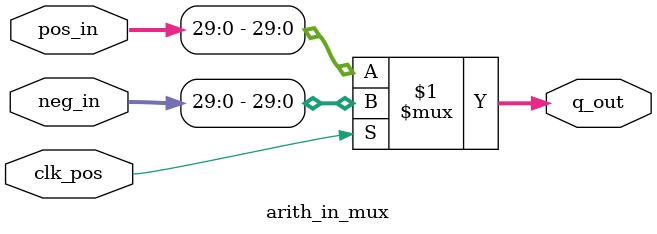
<source format=v>
module arith_in_mux (pos_in, neg_in, q_out, clk_pos);
// signals for connecting to the Avalon fabric

parameter WIDTH = 30;
input clk_pos;
input [31:0] pos_in, neg_in;
output [WIDTH-1:0] q_out;


assign q_out = clk_pos ? neg_in[WIDTH-1:0] : pos_in[WIDTH-1:0];

endmodule
</source>
